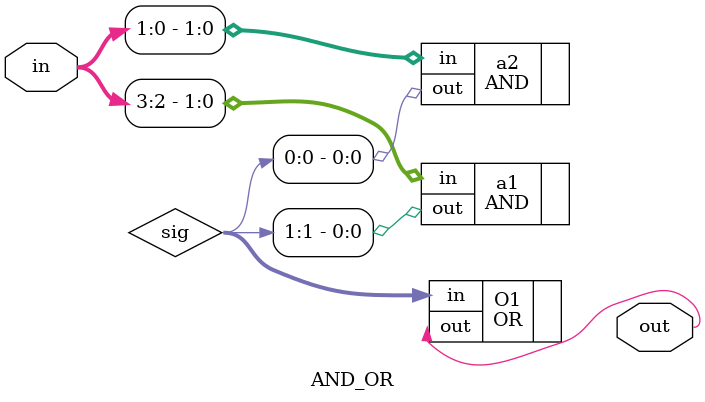
<source format=v>
`timescale 1ns / 1ps


module AND_OR( input [3:0] in, output out);
    wire [1:0] sig;
    AND a1(.in(in[3:2]),.out(sig[1]));
    AND a2(.in(in[1:0]),.out(sig[0]));
    OR O1(.in(sig),.out(out));
endmodule

</source>
